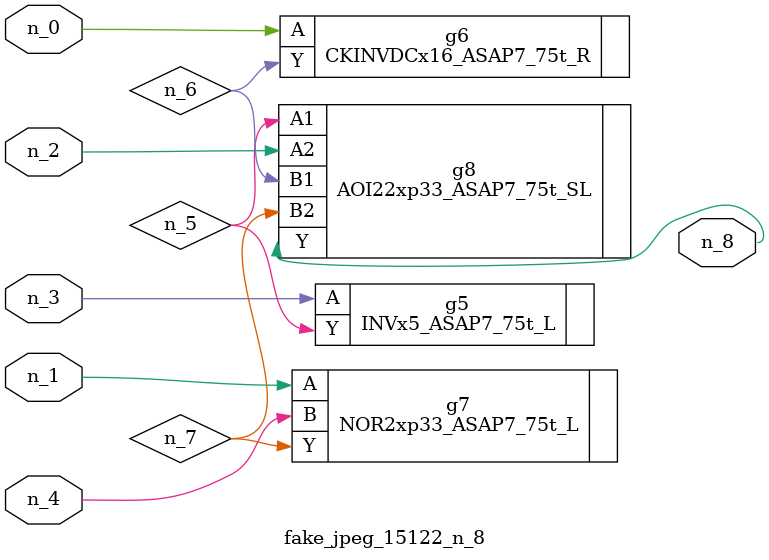
<source format=v>
module fake_jpeg_15122_n_8 (n_3, n_2, n_1, n_0, n_4, n_8);

input n_3;
input n_2;
input n_1;
input n_0;
input n_4;

output n_8;

wire n_6;
wire n_5;
wire n_7;

INVx5_ASAP7_75t_L g5 ( 
.A(n_3),
.Y(n_5)
);

CKINVDCx16_ASAP7_75t_R g6 ( 
.A(n_0),
.Y(n_6)
);

NOR2xp33_ASAP7_75t_L g7 ( 
.A(n_1),
.B(n_4),
.Y(n_7)
);

AOI22xp33_ASAP7_75t_SL g8 ( 
.A1(n_5),
.A2(n_2),
.B1(n_6),
.B2(n_7),
.Y(n_8)
);


endmodule
</source>
